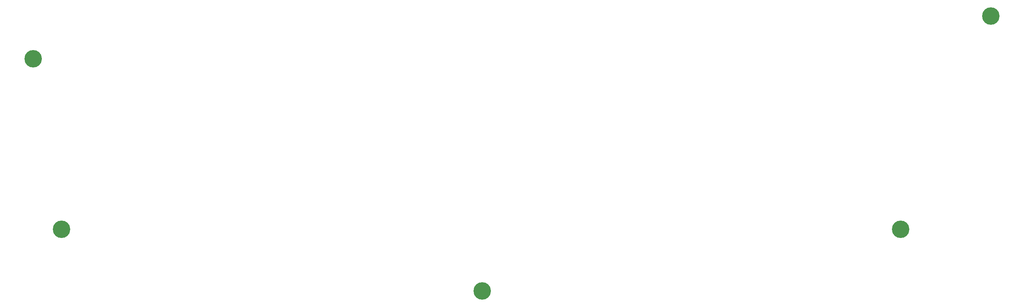
<source format=gbr>
%TF.GenerationSoftware,KiCad,Pcbnew,(7.0.0-0)*%
%TF.CreationDate,2023-02-20T17:42:32-08:00*%
%TF.ProjectId,mt-choc-top,6d742d63-686f-4632-9d74-6f702e6b6963,v1.0*%
%TF.SameCoordinates,Original*%
%TF.FileFunction,Soldermask,Bot*%
%TF.FilePolarity,Negative*%
%FSLAX46Y46*%
G04 Gerber Fmt 4.6, Leading zero omitted, Abs format (unit mm)*
G04 Created by KiCad (PCBNEW (7.0.0-0)) date 2023-02-20 17:42:32*
%MOMM*%
%LPD*%
G01*
G04 APERTURE LIST*
%ADD10C,0.900000*%
%ADD11C,4.600000*%
G04 APERTURE END LIST*
D10*
%TO.C,H1*%
X81100000Y-102500000D03*
X81583274Y-101333274D03*
X81583274Y-103666726D03*
X82750000Y-100850000D03*
D11*
X82750000Y-102500000D03*
D10*
X82750000Y-104150000D03*
X83916726Y-101333274D03*
X83916726Y-103666726D03*
X84400000Y-102500000D03*
%TD*%
%TO.C,H5*%
X309100000Y-147500000D03*
X309583274Y-146333274D03*
X309583274Y-148666726D03*
X310750000Y-145850000D03*
D11*
X310750000Y-147500000D03*
D10*
X310750000Y-149150000D03*
X311916726Y-146333274D03*
X311916726Y-148666726D03*
X312400000Y-147500000D03*
%TD*%
%TO.C,H2*%
X88600000Y-147500000D03*
X89083274Y-146333274D03*
X89083274Y-148666726D03*
X90250000Y-145850000D03*
D11*
X90250000Y-147500000D03*
D10*
X90250000Y-149150000D03*
X91416726Y-146333274D03*
X91416726Y-148666726D03*
X91900000Y-147500000D03*
%TD*%
%TO.C,H4*%
X332850000Y-91250000D03*
X333333274Y-90083274D03*
X333333274Y-92416726D03*
X334500000Y-89600000D03*
D11*
X334500000Y-91250000D03*
D10*
X334500000Y-92900000D03*
X335666726Y-90083274D03*
X335666726Y-92416726D03*
X336150000Y-91250000D03*
%TD*%
%TO.C,H3*%
X199100000Y-163750000D03*
X199583274Y-162583274D03*
X199583274Y-164916726D03*
X200750000Y-162100000D03*
D11*
X200750000Y-163750000D03*
D10*
X200750000Y-165400000D03*
X201916726Y-162583274D03*
X201916726Y-164916726D03*
X202400000Y-163750000D03*
%TD*%
M02*

</source>
